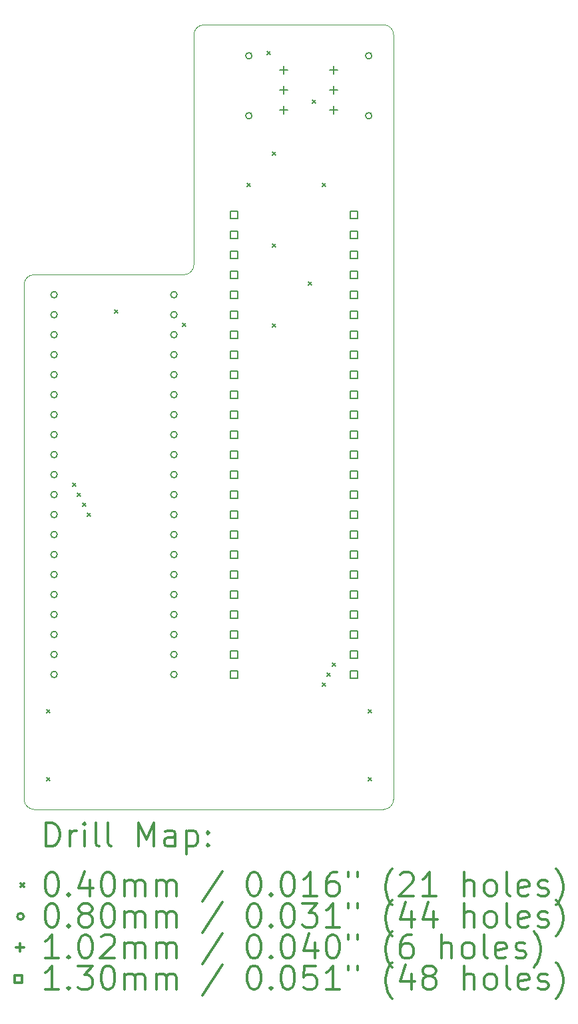
<source format=gbr>
%FSLAX45Y45*%
G04 Gerber Fmt 4.5, Leading zero omitted, Abs format (unit mm)*
G04 Created by KiCad (PCBNEW (5.1.6-0-10_14)) date 2021-01-24 08:08:02*
%MOMM*%
%LPD*%
G01*
G04 APERTURE LIST*
%TA.AperFunction,Profile*%
%ADD10C,0.100000*%
%TD*%
%ADD11C,0.200000*%
%ADD12C,0.300000*%
G04 APERTURE END LIST*
D10*
X16129000Y-3111500D02*
X16129000Y-12827000D01*
X13589000Y-6032500D02*
X13589000Y-3111500D01*
X13716000Y-2984500D02*
G75*
G03*
X13589000Y-3111500I0J-127000D01*
G01*
X16129000Y-3111500D02*
G75*
G03*
X16002000Y-2984500I-127000J0D01*
G01*
X13716000Y-2984500D02*
X16002000Y-2984500D01*
X11430000Y-12827000D02*
X11430000Y-6286500D01*
X11557000Y-6159500D02*
X13462000Y-6159500D01*
X11557000Y-12954000D02*
X16002000Y-12954000D01*
X11557000Y-6159500D02*
G75*
G03*
X11430000Y-6286500I0J-127000D01*
G01*
X13462000Y-6159500D02*
G75*
G03*
X13589000Y-6032500I0J127000D01*
G01*
X16002000Y-12954000D02*
G75*
G03*
X16129000Y-12827000I0J127000D01*
G01*
X11430000Y-12827000D02*
G75*
G03*
X11557000Y-12954000I127000J0D01*
G01*
D11*
X11714800Y-11689400D02*
X11754800Y-11729400D01*
X11754800Y-11689400D02*
X11714800Y-11729400D01*
X11714800Y-12553000D02*
X11754800Y-12593000D01*
X11754800Y-12553000D02*
X11714800Y-12593000D01*
X12045000Y-8806500D02*
X12085000Y-8846500D01*
X12085000Y-8806500D02*
X12045000Y-8846500D01*
X12108500Y-8933500D02*
X12148500Y-8973500D01*
X12148500Y-8933500D02*
X12108500Y-8973500D01*
X12172000Y-9060500D02*
X12212000Y-9100500D01*
X12212000Y-9060500D02*
X12172000Y-9100500D01*
X12235500Y-9187500D02*
X12275500Y-9227500D01*
X12275500Y-9187500D02*
X12235500Y-9227500D01*
X12578400Y-6609400D02*
X12618400Y-6649400D01*
X12618400Y-6609400D02*
X12578400Y-6649400D01*
X13442000Y-6774500D02*
X13482000Y-6814500D01*
X13482000Y-6774500D02*
X13442000Y-6814500D01*
X14267500Y-4996500D02*
X14307500Y-5036500D01*
X14307500Y-4996500D02*
X14267500Y-5036500D01*
X14521500Y-3320100D02*
X14561500Y-3360100D01*
X14561500Y-3320100D02*
X14521500Y-3360100D01*
X14585000Y-4602800D02*
X14625000Y-4642800D01*
X14625000Y-4602800D02*
X14585000Y-4642800D01*
X14585000Y-5771200D02*
X14625000Y-5811200D01*
X14625000Y-5771200D02*
X14585000Y-5811200D01*
X14585000Y-6787200D02*
X14625000Y-6827200D01*
X14625000Y-6787200D02*
X14585000Y-6827200D01*
X15042200Y-6253800D02*
X15082200Y-6293800D01*
X15082200Y-6253800D02*
X15042200Y-6293800D01*
X15093000Y-3942400D02*
X15133000Y-3982400D01*
X15133000Y-3942400D02*
X15093000Y-3982400D01*
X15220000Y-4996500D02*
X15260000Y-5036500D01*
X15260000Y-4996500D02*
X15220000Y-5036500D01*
X15220000Y-11346500D02*
X15260000Y-11386500D01*
X15260000Y-11346500D02*
X15220000Y-11386500D01*
X15283500Y-11219500D02*
X15323500Y-11259500D01*
X15323500Y-11219500D02*
X15283500Y-11259500D01*
X15347000Y-11092500D02*
X15387000Y-11132500D01*
X15387000Y-11092500D02*
X15347000Y-11132500D01*
X15804200Y-11689400D02*
X15844200Y-11729400D01*
X15844200Y-11689400D02*
X15804200Y-11729400D01*
X15804200Y-12553000D02*
X15844200Y-12593000D01*
X15844200Y-12553000D02*
X15804200Y-12593000D01*
X15851500Y-3378200D02*
G75*
G03*
X15851500Y-3378200I-40000J0D01*
G01*
X15851500Y-4140200D02*
G75*
G03*
X15851500Y-4140200I-40000J0D01*
G01*
X14327500Y-3378200D02*
G75*
G03*
X14327500Y-3378200I-40000J0D01*
G01*
X14327500Y-4140200D02*
G75*
G03*
X14327500Y-4140200I-40000J0D01*
G01*
X11851000Y-6413500D02*
G75*
G03*
X11851000Y-6413500I-40000J0D01*
G01*
X11851000Y-6667500D02*
G75*
G03*
X11851000Y-6667500I-40000J0D01*
G01*
X11851000Y-6921500D02*
G75*
G03*
X11851000Y-6921500I-40000J0D01*
G01*
X11851000Y-7175500D02*
G75*
G03*
X11851000Y-7175500I-40000J0D01*
G01*
X11851000Y-7429500D02*
G75*
G03*
X11851000Y-7429500I-40000J0D01*
G01*
X11851000Y-7683500D02*
G75*
G03*
X11851000Y-7683500I-40000J0D01*
G01*
X11851000Y-7937500D02*
G75*
G03*
X11851000Y-7937500I-40000J0D01*
G01*
X11851000Y-8191500D02*
G75*
G03*
X11851000Y-8191500I-40000J0D01*
G01*
X11851000Y-8445500D02*
G75*
G03*
X11851000Y-8445500I-40000J0D01*
G01*
X11851000Y-8699500D02*
G75*
G03*
X11851000Y-8699500I-40000J0D01*
G01*
X11851000Y-8953500D02*
G75*
G03*
X11851000Y-8953500I-40000J0D01*
G01*
X11851000Y-9207500D02*
G75*
G03*
X11851000Y-9207500I-40000J0D01*
G01*
X11851000Y-9461500D02*
G75*
G03*
X11851000Y-9461500I-40000J0D01*
G01*
X11851000Y-9715500D02*
G75*
G03*
X11851000Y-9715500I-40000J0D01*
G01*
X11851000Y-9969500D02*
G75*
G03*
X11851000Y-9969500I-40000J0D01*
G01*
X11851000Y-10223500D02*
G75*
G03*
X11851000Y-10223500I-40000J0D01*
G01*
X11851000Y-10477500D02*
G75*
G03*
X11851000Y-10477500I-40000J0D01*
G01*
X11851000Y-10731500D02*
G75*
G03*
X11851000Y-10731500I-40000J0D01*
G01*
X11851000Y-10985500D02*
G75*
G03*
X11851000Y-10985500I-40000J0D01*
G01*
X11851000Y-11239500D02*
G75*
G03*
X11851000Y-11239500I-40000J0D01*
G01*
X13375000Y-6413500D02*
G75*
G03*
X13375000Y-6413500I-40000J0D01*
G01*
X13375000Y-6667500D02*
G75*
G03*
X13375000Y-6667500I-40000J0D01*
G01*
X13375000Y-6921500D02*
G75*
G03*
X13375000Y-6921500I-40000J0D01*
G01*
X13375000Y-7175500D02*
G75*
G03*
X13375000Y-7175500I-40000J0D01*
G01*
X13375000Y-7429500D02*
G75*
G03*
X13375000Y-7429500I-40000J0D01*
G01*
X13375000Y-7683500D02*
G75*
G03*
X13375000Y-7683500I-40000J0D01*
G01*
X13375000Y-7937500D02*
G75*
G03*
X13375000Y-7937500I-40000J0D01*
G01*
X13375000Y-8191500D02*
G75*
G03*
X13375000Y-8191500I-40000J0D01*
G01*
X13375000Y-8445500D02*
G75*
G03*
X13375000Y-8445500I-40000J0D01*
G01*
X13375000Y-8699500D02*
G75*
G03*
X13375000Y-8699500I-40000J0D01*
G01*
X13375000Y-8953500D02*
G75*
G03*
X13375000Y-8953500I-40000J0D01*
G01*
X13375000Y-9207500D02*
G75*
G03*
X13375000Y-9207500I-40000J0D01*
G01*
X13375000Y-9461500D02*
G75*
G03*
X13375000Y-9461500I-40000J0D01*
G01*
X13375000Y-9715500D02*
G75*
G03*
X13375000Y-9715500I-40000J0D01*
G01*
X13375000Y-9969500D02*
G75*
G03*
X13375000Y-9969500I-40000J0D01*
G01*
X13375000Y-10223500D02*
G75*
G03*
X13375000Y-10223500I-40000J0D01*
G01*
X13375000Y-10477500D02*
G75*
G03*
X13375000Y-10477500I-40000J0D01*
G01*
X13375000Y-10731500D02*
G75*
G03*
X13375000Y-10731500I-40000J0D01*
G01*
X13375000Y-10985500D02*
G75*
G03*
X13375000Y-10985500I-40000J0D01*
G01*
X13375000Y-11239500D02*
G75*
G03*
X13375000Y-11239500I-40000J0D01*
G01*
X14732000Y-3505200D02*
X14732000Y-3606800D01*
X14681200Y-3556000D02*
X14782800Y-3556000D01*
X14732000Y-3759200D02*
X14732000Y-3860800D01*
X14681200Y-3810000D02*
X14782800Y-3810000D01*
X14732000Y-4013200D02*
X14732000Y-4114800D01*
X14681200Y-4064000D02*
X14782800Y-4064000D01*
X15367000Y-3505200D02*
X15367000Y-3606800D01*
X15316200Y-3556000D02*
X15417800Y-3556000D01*
X15367000Y-3759200D02*
X15367000Y-3860800D01*
X15316200Y-3810000D02*
X15417800Y-3810000D01*
X15367000Y-4013200D02*
X15367000Y-4114800D01*
X15316200Y-4064000D02*
X15417800Y-4064000D01*
X14142962Y-5443462D02*
X14142962Y-5351538D01*
X14051038Y-5351538D01*
X14051038Y-5443462D01*
X14142962Y-5443462D01*
X14142962Y-5697462D02*
X14142962Y-5605538D01*
X14051038Y-5605538D01*
X14051038Y-5697462D01*
X14142962Y-5697462D01*
X14142962Y-5951462D02*
X14142962Y-5859538D01*
X14051038Y-5859538D01*
X14051038Y-5951462D01*
X14142962Y-5951462D01*
X14142962Y-6205462D02*
X14142962Y-6113538D01*
X14051038Y-6113538D01*
X14051038Y-6205462D01*
X14142962Y-6205462D01*
X14142962Y-6459462D02*
X14142962Y-6367538D01*
X14051038Y-6367538D01*
X14051038Y-6459462D01*
X14142962Y-6459462D01*
X14142962Y-6713462D02*
X14142962Y-6621538D01*
X14051038Y-6621538D01*
X14051038Y-6713462D01*
X14142962Y-6713462D01*
X14142962Y-6967462D02*
X14142962Y-6875538D01*
X14051038Y-6875538D01*
X14051038Y-6967462D01*
X14142962Y-6967462D01*
X14142962Y-7221462D02*
X14142962Y-7129538D01*
X14051038Y-7129538D01*
X14051038Y-7221462D01*
X14142962Y-7221462D01*
X14142962Y-7475462D02*
X14142962Y-7383538D01*
X14051038Y-7383538D01*
X14051038Y-7475462D01*
X14142962Y-7475462D01*
X14142962Y-7729462D02*
X14142962Y-7637538D01*
X14051038Y-7637538D01*
X14051038Y-7729462D01*
X14142962Y-7729462D01*
X14142962Y-7983462D02*
X14142962Y-7891538D01*
X14051038Y-7891538D01*
X14051038Y-7983462D01*
X14142962Y-7983462D01*
X14142962Y-8237462D02*
X14142962Y-8145538D01*
X14051038Y-8145538D01*
X14051038Y-8237462D01*
X14142962Y-8237462D01*
X14142962Y-8491462D02*
X14142962Y-8399538D01*
X14051038Y-8399538D01*
X14051038Y-8491462D01*
X14142962Y-8491462D01*
X14142962Y-8745462D02*
X14142962Y-8653538D01*
X14051038Y-8653538D01*
X14051038Y-8745462D01*
X14142962Y-8745462D01*
X14142962Y-8999462D02*
X14142962Y-8907538D01*
X14051038Y-8907538D01*
X14051038Y-8999462D01*
X14142962Y-8999462D01*
X14142962Y-9253462D02*
X14142962Y-9161538D01*
X14051038Y-9161538D01*
X14051038Y-9253462D01*
X14142962Y-9253462D01*
X14142962Y-9507462D02*
X14142962Y-9415538D01*
X14051038Y-9415538D01*
X14051038Y-9507462D01*
X14142962Y-9507462D01*
X14142962Y-9761462D02*
X14142962Y-9669538D01*
X14051038Y-9669538D01*
X14051038Y-9761462D01*
X14142962Y-9761462D01*
X14142962Y-10015462D02*
X14142962Y-9923538D01*
X14051038Y-9923538D01*
X14051038Y-10015462D01*
X14142962Y-10015462D01*
X14142962Y-10269462D02*
X14142962Y-10177538D01*
X14051038Y-10177538D01*
X14051038Y-10269462D01*
X14142962Y-10269462D01*
X14142962Y-10523462D02*
X14142962Y-10431538D01*
X14051038Y-10431538D01*
X14051038Y-10523462D01*
X14142962Y-10523462D01*
X14142962Y-10777462D02*
X14142962Y-10685538D01*
X14051038Y-10685538D01*
X14051038Y-10777462D01*
X14142962Y-10777462D01*
X14142962Y-11031462D02*
X14142962Y-10939538D01*
X14051038Y-10939538D01*
X14051038Y-11031462D01*
X14142962Y-11031462D01*
X14142962Y-11285462D02*
X14142962Y-11193538D01*
X14051038Y-11193538D01*
X14051038Y-11285462D01*
X14142962Y-11285462D01*
X15666962Y-5443462D02*
X15666962Y-5351538D01*
X15575038Y-5351538D01*
X15575038Y-5443462D01*
X15666962Y-5443462D01*
X15666962Y-5697462D02*
X15666962Y-5605538D01*
X15575038Y-5605538D01*
X15575038Y-5697462D01*
X15666962Y-5697462D01*
X15666962Y-5951462D02*
X15666962Y-5859538D01*
X15575038Y-5859538D01*
X15575038Y-5951462D01*
X15666962Y-5951462D01*
X15666962Y-6205462D02*
X15666962Y-6113538D01*
X15575038Y-6113538D01*
X15575038Y-6205462D01*
X15666962Y-6205462D01*
X15666962Y-6459462D02*
X15666962Y-6367538D01*
X15575038Y-6367538D01*
X15575038Y-6459462D01*
X15666962Y-6459462D01*
X15666962Y-6713462D02*
X15666962Y-6621538D01*
X15575038Y-6621538D01*
X15575038Y-6713462D01*
X15666962Y-6713462D01*
X15666962Y-6967462D02*
X15666962Y-6875538D01*
X15575038Y-6875538D01*
X15575038Y-6967462D01*
X15666962Y-6967462D01*
X15666962Y-7221462D02*
X15666962Y-7129538D01*
X15575038Y-7129538D01*
X15575038Y-7221462D01*
X15666962Y-7221462D01*
X15666962Y-7475462D02*
X15666962Y-7383538D01*
X15575038Y-7383538D01*
X15575038Y-7475462D01*
X15666962Y-7475462D01*
X15666962Y-7729462D02*
X15666962Y-7637538D01*
X15575038Y-7637538D01*
X15575038Y-7729462D01*
X15666962Y-7729462D01*
X15666962Y-7983462D02*
X15666962Y-7891538D01*
X15575038Y-7891538D01*
X15575038Y-7983462D01*
X15666962Y-7983462D01*
X15666962Y-8237462D02*
X15666962Y-8145538D01*
X15575038Y-8145538D01*
X15575038Y-8237462D01*
X15666962Y-8237462D01*
X15666962Y-8491462D02*
X15666962Y-8399538D01*
X15575038Y-8399538D01*
X15575038Y-8491462D01*
X15666962Y-8491462D01*
X15666962Y-8745462D02*
X15666962Y-8653538D01*
X15575038Y-8653538D01*
X15575038Y-8745462D01*
X15666962Y-8745462D01*
X15666962Y-8999462D02*
X15666962Y-8907538D01*
X15575038Y-8907538D01*
X15575038Y-8999462D01*
X15666962Y-8999462D01*
X15666962Y-9253462D02*
X15666962Y-9161538D01*
X15575038Y-9161538D01*
X15575038Y-9253462D01*
X15666962Y-9253462D01*
X15666962Y-9507462D02*
X15666962Y-9415538D01*
X15575038Y-9415538D01*
X15575038Y-9507462D01*
X15666962Y-9507462D01*
X15666962Y-9761462D02*
X15666962Y-9669538D01*
X15575038Y-9669538D01*
X15575038Y-9761462D01*
X15666962Y-9761462D01*
X15666962Y-10015462D02*
X15666962Y-9923538D01*
X15575038Y-9923538D01*
X15575038Y-10015462D01*
X15666962Y-10015462D01*
X15666962Y-10269462D02*
X15666962Y-10177538D01*
X15575038Y-10177538D01*
X15575038Y-10269462D01*
X15666962Y-10269462D01*
X15666962Y-10523462D02*
X15666962Y-10431538D01*
X15575038Y-10431538D01*
X15575038Y-10523462D01*
X15666962Y-10523462D01*
X15666962Y-10777462D02*
X15666962Y-10685538D01*
X15575038Y-10685538D01*
X15575038Y-10777462D01*
X15666962Y-10777462D01*
X15666962Y-11031462D02*
X15666962Y-10939538D01*
X15575038Y-10939538D01*
X15575038Y-11031462D01*
X15666962Y-11031462D01*
X15666962Y-11285462D02*
X15666962Y-11193538D01*
X15575038Y-11193538D01*
X15575038Y-11285462D01*
X15666962Y-11285462D01*
D12*
X11711428Y-13424714D02*
X11711428Y-13124714D01*
X11782857Y-13124714D01*
X11825714Y-13139000D01*
X11854286Y-13167571D01*
X11868571Y-13196143D01*
X11882857Y-13253286D01*
X11882857Y-13296143D01*
X11868571Y-13353286D01*
X11854286Y-13381857D01*
X11825714Y-13410429D01*
X11782857Y-13424714D01*
X11711428Y-13424714D01*
X12011428Y-13424714D02*
X12011428Y-13224714D01*
X12011428Y-13281857D02*
X12025714Y-13253286D01*
X12040000Y-13239000D01*
X12068571Y-13224714D01*
X12097143Y-13224714D01*
X12197143Y-13424714D02*
X12197143Y-13224714D01*
X12197143Y-13124714D02*
X12182857Y-13139000D01*
X12197143Y-13153286D01*
X12211428Y-13139000D01*
X12197143Y-13124714D01*
X12197143Y-13153286D01*
X12382857Y-13424714D02*
X12354286Y-13410429D01*
X12340000Y-13381857D01*
X12340000Y-13124714D01*
X12540000Y-13424714D02*
X12511428Y-13410429D01*
X12497143Y-13381857D01*
X12497143Y-13124714D01*
X12882857Y-13424714D02*
X12882857Y-13124714D01*
X12982857Y-13339000D01*
X13082857Y-13124714D01*
X13082857Y-13424714D01*
X13354286Y-13424714D02*
X13354286Y-13267571D01*
X13340000Y-13239000D01*
X13311428Y-13224714D01*
X13254286Y-13224714D01*
X13225714Y-13239000D01*
X13354286Y-13410429D02*
X13325714Y-13424714D01*
X13254286Y-13424714D01*
X13225714Y-13410429D01*
X13211428Y-13381857D01*
X13211428Y-13353286D01*
X13225714Y-13324714D01*
X13254286Y-13310429D01*
X13325714Y-13310429D01*
X13354286Y-13296143D01*
X13497143Y-13224714D02*
X13497143Y-13524714D01*
X13497143Y-13239000D02*
X13525714Y-13224714D01*
X13582857Y-13224714D01*
X13611428Y-13239000D01*
X13625714Y-13253286D01*
X13640000Y-13281857D01*
X13640000Y-13367571D01*
X13625714Y-13396143D01*
X13611428Y-13410429D01*
X13582857Y-13424714D01*
X13525714Y-13424714D01*
X13497143Y-13410429D01*
X13768571Y-13396143D02*
X13782857Y-13410429D01*
X13768571Y-13424714D01*
X13754286Y-13410429D01*
X13768571Y-13396143D01*
X13768571Y-13424714D01*
X13768571Y-13239000D02*
X13782857Y-13253286D01*
X13768571Y-13267571D01*
X13754286Y-13253286D01*
X13768571Y-13239000D01*
X13768571Y-13267571D01*
X11385000Y-13899000D02*
X11425000Y-13939000D01*
X11425000Y-13899000D02*
X11385000Y-13939000D01*
X11768571Y-13754714D02*
X11797143Y-13754714D01*
X11825714Y-13769000D01*
X11840000Y-13783286D01*
X11854286Y-13811857D01*
X11868571Y-13869000D01*
X11868571Y-13940429D01*
X11854286Y-13997571D01*
X11840000Y-14026143D01*
X11825714Y-14040429D01*
X11797143Y-14054714D01*
X11768571Y-14054714D01*
X11740000Y-14040429D01*
X11725714Y-14026143D01*
X11711428Y-13997571D01*
X11697143Y-13940429D01*
X11697143Y-13869000D01*
X11711428Y-13811857D01*
X11725714Y-13783286D01*
X11740000Y-13769000D01*
X11768571Y-13754714D01*
X11997143Y-14026143D02*
X12011428Y-14040429D01*
X11997143Y-14054714D01*
X11982857Y-14040429D01*
X11997143Y-14026143D01*
X11997143Y-14054714D01*
X12268571Y-13854714D02*
X12268571Y-14054714D01*
X12197143Y-13740429D02*
X12125714Y-13954714D01*
X12311428Y-13954714D01*
X12482857Y-13754714D02*
X12511428Y-13754714D01*
X12540000Y-13769000D01*
X12554286Y-13783286D01*
X12568571Y-13811857D01*
X12582857Y-13869000D01*
X12582857Y-13940429D01*
X12568571Y-13997571D01*
X12554286Y-14026143D01*
X12540000Y-14040429D01*
X12511428Y-14054714D01*
X12482857Y-14054714D01*
X12454286Y-14040429D01*
X12440000Y-14026143D01*
X12425714Y-13997571D01*
X12411428Y-13940429D01*
X12411428Y-13869000D01*
X12425714Y-13811857D01*
X12440000Y-13783286D01*
X12454286Y-13769000D01*
X12482857Y-13754714D01*
X12711428Y-14054714D02*
X12711428Y-13854714D01*
X12711428Y-13883286D02*
X12725714Y-13869000D01*
X12754286Y-13854714D01*
X12797143Y-13854714D01*
X12825714Y-13869000D01*
X12840000Y-13897571D01*
X12840000Y-14054714D01*
X12840000Y-13897571D02*
X12854286Y-13869000D01*
X12882857Y-13854714D01*
X12925714Y-13854714D01*
X12954286Y-13869000D01*
X12968571Y-13897571D01*
X12968571Y-14054714D01*
X13111428Y-14054714D02*
X13111428Y-13854714D01*
X13111428Y-13883286D02*
X13125714Y-13869000D01*
X13154286Y-13854714D01*
X13197143Y-13854714D01*
X13225714Y-13869000D01*
X13240000Y-13897571D01*
X13240000Y-14054714D01*
X13240000Y-13897571D02*
X13254286Y-13869000D01*
X13282857Y-13854714D01*
X13325714Y-13854714D01*
X13354286Y-13869000D01*
X13368571Y-13897571D01*
X13368571Y-14054714D01*
X13954286Y-13740429D02*
X13697143Y-14126143D01*
X14340000Y-13754714D02*
X14368571Y-13754714D01*
X14397143Y-13769000D01*
X14411428Y-13783286D01*
X14425714Y-13811857D01*
X14440000Y-13869000D01*
X14440000Y-13940429D01*
X14425714Y-13997571D01*
X14411428Y-14026143D01*
X14397143Y-14040429D01*
X14368571Y-14054714D01*
X14340000Y-14054714D01*
X14311428Y-14040429D01*
X14297143Y-14026143D01*
X14282857Y-13997571D01*
X14268571Y-13940429D01*
X14268571Y-13869000D01*
X14282857Y-13811857D01*
X14297143Y-13783286D01*
X14311428Y-13769000D01*
X14340000Y-13754714D01*
X14568571Y-14026143D02*
X14582857Y-14040429D01*
X14568571Y-14054714D01*
X14554286Y-14040429D01*
X14568571Y-14026143D01*
X14568571Y-14054714D01*
X14768571Y-13754714D02*
X14797143Y-13754714D01*
X14825714Y-13769000D01*
X14840000Y-13783286D01*
X14854286Y-13811857D01*
X14868571Y-13869000D01*
X14868571Y-13940429D01*
X14854286Y-13997571D01*
X14840000Y-14026143D01*
X14825714Y-14040429D01*
X14797143Y-14054714D01*
X14768571Y-14054714D01*
X14740000Y-14040429D01*
X14725714Y-14026143D01*
X14711428Y-13997571D01*
X14697143Y-13940429D01*
X14697143Y-13869000D01*
X14711428Y-13811857D01*
X14725714Y-13783286D01*
X14740000Y-13769000D01*
X14768571Y-13754714D01*
X15154286Y-14054714D02*
X14982857Y-14054714D01*
X15068571Y-14054714D02*
X15068571Y-13754714D01*
X15040000Y-13797571D01*
X15011428Y-13826143D01*
X14982857Y-13840429D01*
X15411428Y-13754714D02*
X15354286Y-13754714D01*
X15325714Y-13769000D01*
X15311428Y-13783286D01*
X15282857Y-13826143D01*
X15268571Y-13883286D01*
X15268571Y-13997571D01*
X15282857Y-14026143D01*
X15297143Y-14040429D01*
X15325714Y-14054714D01*
X15382857Y-14054714D01*
X15411428Y-14040429D01*
X15425714Y-14026143D01*
X15440000Y-13997571D01*
X15440000Y-13926143D01*
X15425714Y-13897571D01*
X15411428Y-13883286D01*
X15382857Y-13869000D01*
X15325714Y-13869000D01*
X15297143Y-13883286D01*
X15282857Y-13897571D01*
X15268571Y-13926143D01*
X15554286Y-13754714D02*
X15554286Y-13811857D01*
X15668571Y-13754714D02*
X15668571Y-13811857D01*
X16111428Y-14169000D02*
X16097143Y-14154714D01*
X16068571Y-14111857D01*
X16054286Y-14083286D01*
X16040000Y-14040429D01*
X16025714Y-13969000D01*
X16025714Y-13911857D01*
X16040000Y-13840429D01*
X16054286Y-13797571D01*
X16068571Y-13769000D01*
X16097143Y-13726143D01*
X16111428Y-13711857D01*
X16211428Y-13783286D02*
X16225714Y-13769000D01*
X16254286Y-13754714D01*
X16325714Y-13754714D01*
X16354286Y-13769000D01*
X16368571Y-13783286D01*
X16382857Y-13811857D01*
X16382857Y-13840429D01*
X16368571Y-13883286D01*
X16197143Y-14054714D01*
X16382857Y-14054714D01*
X16668571Y-14054714D02*
X16497143Y-14054714D01*
X16582857Y-14054714D02*
X16582857Y-13754714D01*
X16554286Y-13797571D01*
X16525714Y-13826143D01*
X16497143Y-13840429D01*
X17025714Y-14054714D02*
X17025714Y-13754714D01*
X17154286Y-14054714D02*
X17154286Y-13897571D01*
X17140000Y-13869000D01*
X17111428Y-13854714D01*
X17068571Y-13854714D01*
X17040000Y-13869000D01*
X17025714Y-13883286D01*
X17340000Y-14054714D02*
X17311428Y-14040429D01*
X17297143Y-14026143D01*
X17282857Y-13997571D01*
X17282857Y-13911857D01*
X17297143Y-13883286D01*
X17311428Y-13869000D01*
X17340000Y-13854714D01*
X17382857Y-13854714D01*
X17411428Y-13869000D01*
X17425714Y-13883286D01*
X17440000Y-13911857D01*
X17440000Y-13997571D01*
X17425714Y-14026143D01*
X17411428Y-14040429D01*
X17382857Y-14054714D01*
X17340000Y-14054714D01*
X17611428Y-14054714D02*
X17582857Y-14040429D01*
X17568571Y-14011857D01*
X17568571Y-13754714D01*
X17840000Y-14040429D02*
X17811428Y-14054714D01*
X17754286Y-14054714D01*
X17725714Y-14040429D01*
X17711428Y-14011857D01*
X17711428Y-13897571D01*
X17725714Y-13869000D01*
X17754286Y-13854714D01*
X17811428Y-13854714D01*
X17840000Y-13869000D01*
X17854286Y-13897571D01*
X17854286Y-13926143D01*
X17711428Y-13954714D01*
X17968571Y-14040429D02*
X17997143Y-14054714D01*
X18054286Y-14054714D01*
X18082857Y-14040429D01*
X18097143Y-14011857D01*
X18097143Y-13997571D01*
X18082857Y-13969000D01*
X18054286Y-13954714D01*
X18011428Y-13954714D01*
X17982857Y-13940429D01*
X17968571Y-13911857D01*
X17968571Y-13897571D01*
X17982857Y-13869000D01*
X18011428Y-13854714D01*
X18054286Y-13854714D01*
X18082857Y-13869000D01*
X18197143Y-14169000D02*
X18211428Y-14154714D01*
X18240000Y-14111857D01*
X18254286Y-14083286D01*
X18268571Y-14040429D01*
X18282857Y-13969000D01*
X18282857Y-13911857D01*
X18268571Y-13840429D01*
X18254286Y-13797571D01*
X18240000Y-13769000D01*
X18211428Y-13726143D01*
X18197143Y-13711857D01*
X11425000Y-14315000D02*
G75*
G03*
X11425000Y-14315000I-40000J0D01*
G01*
X11768571Y-14150714D02*
X11797143Y-14150714D01*
X11825714Y-14165000D01*
X11840000Y-14179286D01*
X11854286Y-14207857D01*
X11868571Y-14265000D01*
X11868571Y-14336429D01*
X11854286Y-14393571D01*
X11840000Y-14422143D01*
X11825714Y-14436429D01*
X11797143Y-14450714D01*
X11768571Y-14450714D01*
X11740000Y-14436429D01*
X11725714Y-14422143D01*
X11711428Y-14393571D01*
X11697143Y-14336429D01*
X11697143Y-14265000D01*
X11711428Y-14207857D01*
X11725714Y-14179286D01*
X11740000Y-14165000D01*
X11768571Y-14150714D01*
X11997143Y-14422143D02*
X12011428Y-14436429D01*
X11997143Y-14450714D01*
X11982857Y-14436429D01*
X11997143Y-14422143D01*
X11997143Y-14450714D01*
X12182857Y-14279286D02*
X12154286Y-14265000D01*
X12140000Y-14250714D01*
X12125714Y-14222143D01*
X12125714Y-14207857D01*
X12140000Y-14179286D01*
X12154286Y-14165000D01*
X12182857Y-14150714D01*
X12240000Y-14150714D01*
X12268571Y-14165000D01*
X12282857Y-14179286D01*
X12297143Y-14207857D01*
X12297143Y-14222143D01*
X12282857Y-14250714D01*
X12268571Y-14265000D01*
X12240000Y-14279286D01*
X12182857Y-14279286D01*
X12154286Y-14293571D01*
X12140000Y-14307857D01*
X12125714Y-14336429D01*
X12125714Y-14393571D01*
X12140000Y-14422143D01*
X12154286Y-14436429D01*
X12182857Y-14450714D01*
X12240000Y-14450714D01*
X12268571Y-14436429D01*
X12282857Y-14422143D01*
X12297143Y-14393571D01*
X12297143Y-14336429D01*
X12282857Y-14307857D01*
X12268571Y-14293571D01*
X12240000Y-14279286D01*
X12482857Y-14150714D02*
X12511428Y-14150714D01*
X12540000Y-14165000D01*
X12554286Y-14179286D01*
X12568571Y-14207857D01*
X12582857Y-14265000D01*
X12582857Y-14336429D01*
X12568571Y-14393571D01*
X12554286Y-14422143D01*
X12540000Y-14436429D01*
X12511428Y-14450714D01*
X12482857Y-14450714D01*
X12454286Y-14436429D01*
X12440000Y-14422143D01*
X12425714Y-14393571D01*
X12411428Y-14336429D01*
X12411428Y-14265000D01*
X12425714Y-14207857D01*
X12440000Y-14179286D01*
X12454286Y-14165000D01*
X12482857Y-14150714D01*
X12711428Y-14450714D02*
X12711428Y-14250714D01*
X12711428Y-14279286D02*
X12725714Y-14265000D01*
X12754286Y-14250714D01*
X12797143Y-14250714D01*
X12825714Y-14265000D01*
X12840000Y-14293571D01*
X12840000Y-14450714D01*
X12840000Y-14293571D02*
X12854286Y-14265000D01*
X12882857Y-14250714D01*
X12925714Y-14250714D01*
X12954286Y-14265000D01*
X12968571Y-14293571D01*
X12968571Y-14450714D01*
X13111428Y-14450714D02*
X13111428Y-14250714D01*
X13111428Y-14279286D02*
X13125714Y-14265000D01*
X13154286Y-14250714D01*
X13197143Y-14250714D01*
X13225714Y-14265000D01*
X13240000Y-14293571D01*
X13240000Y-14450714D01*
X13240000Y-14293571D02*
X13254286Y-14265000D01*
X13282857Y-14250714D01*
X13325714Y-14250714D01*
X13354286Y-14265000D01*
X13368571Y-14293571D01*
X13368571Y-14450714D01*
X13954286Y-14136429D02*
X13697143Y-14522143D01*
X14340000Y-14150714D02*
X14368571Y-14150714D01*
X14397143Y-14165000D01*
X14411428Y-14179286D01*
X14425714Y-14207857D01*
X14440000Y-14265000D01*
X14440000Y-14336429D01*
X14425714Y-14393571D01*
X14411428Y-14422143D01*
X14397143Y-14436429D01*
X14368571Y-14450714D01*
X14340000Y-14450714D01*
X14311428Y-14436429D01*
X14297143Y-14422143D01*
X14282857Y-14393571D01*
X14268571Y-14336429D01*
X14268571Y-14265000D01*
X14282857Y-14207857D01*
X14297143Y-14179286D01*
X14311428Y-14165000D01*
X14340000Y-14150714D01*
X14568571Y-14422143D02*
X14582857Y-14436429D01*
X14568571Y-14450714D01*
X14554286Y-14436429D01*
X14568571Y-14422143D01*
X14568571Y-14450714D01*
X14768571Y-14150714D02*
X14797143Y-14150714D01*
X14825714Y-14165000D01*
X14840000Y-14179286D01*
X14854286Y-14207857D01*
X14868571Y-14265000D01*
X14868571Y-14336429D01*
X14854286Y-14393571D01*
X14840000Y-14422143D01*
X14825714Y-14436429D01*
X14797143Y-14450714D01*
X14768571Y-14450714D01*
X14740000Y-14436429D01*
X14725714Y-14422143D01*
X14711428Y-14393571D01*
X14697143Y-14336429D01*
X14697143Y-14265000D01*
X14711428Y-14207857D01*
X14725714Y-14179286D01*
X14740000Y-14165000D01*
X14768571Y-14150714D01*
X14968571Y-14150714D02*
X15154286Y-14150714D01*
X15054286Y-14265000D01*
X15097143Y-14265000D01*
X15125714Y-14279286D01*
X15140000Y-14293571D01*
X15154286Y-14322143D01*
X15154286Y-14393571D01*
X15140000Y-14422143D01*
X15125714Y-14436429D01*
X15097143Y-14450714D01*
X15011428Y-14450714D01*
X14982857Y-14436429D01*
X14968571Y-14422143D01*
X15440000Y-14450714D02*
X15268571Y-14450714D01*
X15354286Y-14450714D02*
X15354286Y-14150714D01*
X15325714Y-14193571D01*
X15297143Y-14222143D01*
X15268571Y-14236429D01*
X15554286Y-14150714D02*
X15554286Y-14207857D01*
X15668571Y-14150714D02*
X15668571Y-14207857D01*
X16111428Y-14565000D02*
X16097143Y-14550714D01*
X16068571Y-14507857D01*
X16054286Y-14479286D01*
X16040000Y-14436429D01*
X16025714Y-14365000D01*
X16025714Y-14307857D01*
X16040000Y-14236429D01*
X16054286Y-14193571D01*
X16068571Y-14165000D01*
X16097143Y-14122143D01*
X16111428Y-14107857D01*
X16354286Y-14250714D02*
X16354286Y-14450714D01*
X16282857Y-14136429D02*
X16211428Y-14350714D01*
X16397143Y-14350714D01*
X16640000Y-14250714D02*
X16640000Y-14450714D01*
X16568571Y-14136429D02*
X16497143Y-14350714D01*
X16682857Y-14350714D01*
X17025714Y-14450714D02*
X17025714Y-14150714D01*
X17154286Y-14450714D02*
X17154286Y-14293571D01*
X17140000Y-14265000D01*
X17111428Y-14250714D01*
X17068571Y-14250714D01*
X17040000Y-14265000D01*
X17025714Y-14279286D01*
X17340000Y-14450714D02*
X17311428Y-14436429D01*
X17297143Y-14422143D01*
X17282857Y-14393571D01*
X17282857Y-14307857D01*
X17297143Y-14279286D01*
X17311428Y-14265000D01*
X17340000Y-14250714D01*
X17382857Y-14250714D01*
X17411428Y-14265000D01*
X17425714Y-14279286D01*
X17440000Y-14307857D01*
X17440000Y-14393571D01*
X17425714Y-14422143D01*
X17411428Y-14436429D01*
X17382857Y-14450714D01*
X17340000Y-14450714D01*
X17611428Y-14450714D02*
X17582857Y-14436429D01*
X17568571Y-14407857D01*
X17568571Y-14150714D01*
X17840000Y-14436429D02*
X17811428Y-14450714D01*
X17754286Y-14450714D01*
X17725714Y-14436429D01*
X17711428Y-14407857D01*
X17711428Y-14293571D01*
X17725714Y-14265000D01*
X17754286Y-14250714D01*
X17811428Y-14250714D01*
X17840000Y-14265000D01*
X17854286Y-14293571D01*
X17854286Y-14322143D01*
X17711428Y-14350714D01*
X17968571Y-14436429D02*
X17997143Y-14450714D01*
X18054286Y-14450714D01*
X18082857Y-14436429D01*
X18097143Y-14407857D01*
X18097143Y-14393571D01*
X18082857Y-14365000D01*
X18054286Y-14350714D01*
X18011428Y-14350714D01*
X17982857Y-14336429D01*
X17968571Y-14307857D01*
X17968571Y-14293571D01*
X17982857Y-14265000D01*
X18011428Y-14250714D01*
X18054286Y-14250714D01*
X18082857Y-14265000D01*
X18197143Y-14565000D02*
X18211428Y-14550714D01*
X18240000Y-14507857D01*
X18254286Y-14479286D01*
X18268571Y-14436429D01*
X18282857Y-14365000D01*
X18282857Y-14307857D01*
X18268571Y-14236429D01*
X18254286Y-14193571D01*
X18240000Y-14165000D01*
X18211428Y-14122143D01*
X18197143Y-14107857D01*
X11374200Y-14660200D02*
X11374200Y-14761800D01*
X11323400Y-14711000D02*
X11425000Y-14711000D01*
X11868571Y-14846714D02*
X11697143Y-14846714D01*
X11782857Y-14846714D02*
X11782857Y-14546714D01*
X11754286Y-14589571D01*
X11725714Y-14618143D01*
X11697143Y-14632429D01*
X11997143Y-14818143D02*
X12011428Y-14832429D01*
X11997143Y-14846714D01*
X11982857Y-14832429D01*
X11997143Y-14818143D01*
X11997143Y-14846714D01*
X12197143Y-14546714D02*
X12225714Y-14546714D01*
X12254286Y-14561000D01*
X12268571Y-14575286D01*
X12282857Y-14603857D01*
X12297143Y-14661000D01*
X12297143Y-14732429D01*
X12282857Y-14789571D01*
X12268571Y-14818143D01*
X12254286Y-14832429D01*
X12225714Y-14846714D01*
X12197143Y-14846714D01*
X12168571Y-14832429D01*
X12154286Y-14818143D01*
X12140000Y-14789571D01*
X12125714Y-14732429D01*
X12125714Y-14661000D01*
X12140000Y-14603857D01*
X12154286Y-14575286D01*
X12168571Y-14561000D01*
X12197143Y-14546714D01*
X12411428Y-14575286D02*
X12425714Y-14561000D01*
X12454286Y-14546714D01*
X12525714Y-14546714D01*
X12554286Y-14561000D01*
X12568571Y-14575286D01*
X12582857Y-14603857D01*
X12582857Y-14632429D01*
X12568571Y-14675286D01*
X12397143Y-14846714D01*
X12582857Y-14846714D01*
X12711428Y-14846714D02*
X12711428Y-14646714D01*
X12711428Y-14675286D02*
X12725714Y-14661000D01*
X12754286Y-14646714D01*
X12797143Y-14646714D01*
X12825714Y-14661000D01*
X12840000Y-14689571D01*
X12840000Y-14846714D01*
X12840000Y-14689571D02*
X12854286Y-14661000D01*
X12882857Y-14646714D01*
X12925714Y-14646714D01*
X12954286Y-14661000D01*
X12968571Y-14689571D01*
X12968571Y-14846714D01*
X13111428Y-14846714D02*
X13111428Y-14646714D01*
X13111428Y-14675286D02*
X13125714Y-14661000D01*
X13154286Y-14646714D01*
X13197143Y-14646714D01*
X13225714Y-14661000D01*
X13240000Y-14689571D01*
X13240000Y-14846714D01*
X13240000Y-14689571D02*
X13254286Y-14661000D01*
X13282857Y-14646714D01*
X13325714Y-14646714D01*
X13354286Y-14661000D01*
X13368571Y-14689571D01*
X13368571Y-14846714D01*
X13954286Y-14532429D02*
X13697143Y-14918143D01*
X14340000Y-14546714D02*
X14368571Y-14546714D01*
X14397143Y-14561000D01*
X14411428Y-14575286D01*
X14425714Y-14603857D01*
X14440000Y-14661000D01*
X14440000Y-14732429D01*
X14425714Y-14789571D01*
X14411428Y-14818143D01*
X14397143Y-14832429D01*
X14368571Y-14846714D01*
X14340000Y-14846714D01*
X14311428Y-14832429D01*
X14297143Y-14818143D01*
X14282857Y-14789571D01*
X14268571Y-14732429D01*
X14268571Y-14661000D01*
X14282857Y-14603857D01*
X14297143Y-14575286D01*
X14311428Y-14561000D01*
X14340000Y-14546714D01*
X14568571Y-14818143D02*
X14582857Y-14832429D01*
X14568571Y-14846714D01*
X14554286Y-14832429D01*
X14568571Y-14818143D01*
X14568571Y-14846714D01*
X14768571Y-14546714D02*
X14797143Y-14546714D01*
X14825714Y-14561000D01*
X14840000Y-14575286D01*
X14854286Y-14603857D01*
X14868571Y-14661000D01*
X14868571Y-14732429D01*
X14854286Y-14789571D01*
X14840000Y-14818143D01*
X14825714Y-14832429D01*
X14797143Y-14846714D01*
X14768571Y-14846714D01*
X14740000Y-14832429D01*
X14725714Y-14818143D01*
X14711428Y-14789571D01*
X14697143Y-14732429D01*
X14697143Y-14661000D01*
X14711428Y-14603857D01*
X14725714Y-14575286D01*
X14740000Y-14561000D01*
X14768571Y-14546714D01*
X15125714Y-14646714D02*
X15125714Y-14846714D01*
X15054286Y-14532429D02*
X14982857Y-14746714D01*
X15168571Y-14746714D01*
X15340000Y-14546714D02*
X15368571Y-14546714D01*
X15397143Y-14561000D01*
X15411428Y-14575286D01*
X15425714Y-14603857D01*
X15440000Y-14661000D01*
X15440000Y-14732429D01*
X15425714Y-14789571D01*
X15411428Y-14818143D01*
X15397143Y-14832429D01*
X15368571Y-14846714D01*
X15340000Y-14846714D01*
X15311428Y-14832429D01*
X15297143Y-14818143D01*
X15282857Y-14789571D01*
X15268571Y-14732429D01*
X15268571Y-14661000D01*
X15282857Y-14603857D01*
X15297143Y-14575286D01*
X15311428Y-14561000D01*
X15340000Y-14546714D01*
X15554286Y-14546714D02*
X15554286Y-14603857D01*
X15668571Y-14546714D02*
X15668571Y-14603857D01*
X16111428Y-14961000D02*
X16097143Y-14946714D01*
X16068571Y-14903857D01*
X16054286Y-14875286D01*
X16040000Y-14832429D01*
X16025714Y-14761000D01*
X16025714Y-14703857D01*
X16040000Y-14632429D01*
X16054286Y-14589571D01*
X16068571Y-14561000D01*
X16097143Y-14518143D01*
X16111428Y-14503857D01*
X16354286Y-14546714D02*
X16297143Y-14546714D01*
X16268571Y-14561000D01*
X16254286Y-14575286D01*
X16225714Y-14618143D01*
X16211428Y-14675286D01*
X16211428Y-14789571D01*
X16225714Y-14818143D01*
X16240000Y-14832429D01*
X16268571Y-14846714D01*
X16325714Y-14846714D01*
X16354286Y-14832429D01*
X16368571Y-14818143D01*
X16382857Y-14789571D01*
X16382857Y-14718143D01*
X16368571Y-14689571D01*
X16354286Y-14675286D01*
X16325714Y-14661000D01*
X16268571Y-14661000D01*
X16240000Y-14675286D01*
X16225714Y-14689571D01*
X16211428Y-14718143D01*
X16740000Y-14846714D02*
X16740000Y-14546714D01*
X16868571Y-14846714D02*
X16868571Y-14689571D01*
X16854286Y-14661000D01*
X16825714Y-14646714D01*
X16782857Y-14646714D01*
X16754286Y-14661000D01*
X16740000Y-14675286D01*
X17054286Y-14846714D02*
X17025714Y-14832429D01*
X17011428Y-14818143D01*
X16997143Y-14789571D01*
X16997143Y-14703857D01*
X17011428Y-14675286D01*
X17025714Y-14661000D01*
X17054286Y-14646714D01*
X17097143Y-14646714D01*
X17125714Y-14661000D01*
X17140000Y-14675286D01*
X17154286Y-14703857D01*
X17154286Y-14789571D01*
X17140000Y-14818143D01*
X17125714Y-14832429D01*
X17097143Y-14846714D01*
X17054286Y-14846714D01*
X17325714Y-14846714D02*
X17297143Y-14832429D01*
X17282857Y-14803857D01*
X17282857Y-14546714D01*
X17554286Y-14832429D02*
X17525714Y-14846714D01*
X17468571Y-14846714D01*
X17440000Y-14832429D01*
X17425714Y-14803857D01*
X17425714Y-14689571D01*
X17440000Y-14661000D01*
X17468571Y-14646714D01*
X17525714Y-14646714D01*
X17554286Y-14661000D01*
X17568571Y-14689571D01*
X17568571Y-14718143D01*
X17425714Y-14746714D01*
X17682857Y-14832429D02*
X17711428Y-14846714D01*
X17768571Y-14846714D01*
X17797143Y-14832429D01*
X17811428Y-14803857D01*
X17811428Y-14789571D01*
X17797143Y-14761000D01*
X17768571Y-14746714D01*
X17725714Y-14746714D01*
X17697143Y-14732429D01*
X17682857Y-14703857D01*
X17682857Y-14689571D01*
X17697143Y-14661000D01*
X17725714Y-14646714D01*
X17768571Y-14646714D01*
X17797143Y-14661000D01*
X17911428Y-14961000D02*
X17925714Y-14946714D01*
X17954286Y-14903857D01*
X17968571Y-14875286D01*
X17982857Y-14832429D01*
X17997143Y-14761000D01*
X17997143Y-14703857D01*
X17982857Y-14632429D01*
X17968571Y-14589571D01*
X17954286Y-14561000D01*
X17925714Y-14518143D01*
X17911428Y-14503857D01*
X11405962Y-15152962D02*
X11405962Y-15061038D01*
X11314037Y-15061038D01*
X11314037Y-15152962D01*
X11405962Y-15152962D01*
X11868571Y-15242714D02*
X11697143Y-15242714D01*
X11782857Y-15242714D02*
X11782857Y-14942714D01*
X11754286Y-14985571D01*
X11725714Y-15014143D01*
X11697143Y-15028429D01*
X11997143Y-15214143D02*
X12011428Y-15228429D01*
X11997143Y-15242714D01*
X11982857Y-15228429D01*
X11997143Y-15214143D01*
X11997143Y-15242714D01*
X12111428Y-14942714D02*
X12297143Y-14942714D01*
X12197143Y-15057000D01*
X12240000Y-15057000D01*
X12268571Y-15071286D01*
X12282857Y-15085571D01*
X12297143Y-15114143D01*
X12297143Y-15185571D01*
X12282857Y-15214143D01*
X12268571Y-15228429D01*
X12240000Y-15242714D01*
X12154286Y-15242714D01*
X12125714Y-15228429D01*
X12111428Y-15214143D01*
X12482857Y-14942714D02*
X12511428Y-14942714D01*
X12540000Y-14957000D01*
X12554286Y-14971286D01*
X12568571Y-14999857D01*
X12582857Y-15057000D01*
X12582857Y-15128429D01*
X12568571Y-15185571D01*
X12554286Y-15214143D01*
X12540000Y-15228429D01*
X12511428Y-15242714D01*
X12482857Y-15242714D01*
X12454286Y-15228429D01*
X12440000Y-15214143D01*
X12425714Y-15185571D01*
X12411428Y-15128429D01*
X12411428Y-15057000D01*
X12425714Y-14999857D01*
X12440000Y-14971286D01*
X12454286Y-14957000D01*
X12482857Y-14942714D01*
X12711428Y-15242714D02*
X12711428Y-15042714D01*
X12711428Y-15071286D02*
X12725714Y-15057000D01*
X12754286Y-15042714D01*
X12797143Y-15042714D01*
X12825714Y-15057000D01*
X12840000Y-15085571D01*
X12840000Y-15242714D01*
X12840000Y-15085571D02*
X12854286Y-15057000D01*
X12882857Y-15042714D01*
X12925714Y-15042714D01*
X12954286Y-15057000D01*
X12968571Y-15085571D01*
X12968571Y-15242714D01*
X13111428Y-15242714D02*
X13111428Y-15042714D01*
X13111428Y-15071286D02*
X13125714Y-15057000D01*
X13154286Y-15042714D01*
X13197143Y-15042714D01*
X13225714Y-15057000D01*
X13240000Y-15085571D01*
X13240000Y-15242714D01*
X13240000Y-15085571D02*
X13254286Y-15057000D01*
X13282857Y-15042714D01*
X13325714Y-15042714D01*
X13354286Y-15057000D01*
X13368571Y-15085571D01*
X13368571Y-15242714D01*
X13954286Y-14928429D02*
X13697143Y-15314143D01*
X14340000Y-14942714D02*
X14368571Y-14942714D01*
X14397143Y-14957000D01*
X14411428Y-14971286D01*
X14425714Y-14999857D01*
X14440000Y-15057000D01*
X14440000Y-15128429D01*
X14425714Y-15185571D01*
X14411428Y-15214143D01*
X14397143Y-15228429D01*
X14368571Y-15242714D01*
X14340000Y-15242714D01*
X14311428Y-15228429D01*
X14297143Y-15214143D01*
X14282857Y-15185571D01*
X14268571Y-15128429D01*
X14268571Y-15057000D01*
X14282857Y-14999857D01*
X14297143Y-14971286D01*
X14311428Y-14957000D01*
X14340000Y-14942714D01*
X14568571Y-15214143D02*
X14582857Y-15228429D01*
X14568571Y-15242714D01*
X14554286Y-15228429D01*
X14568571Y-15214143D01*
X14568571Y-15242714D01*
X14768571Y-14942714D02*
X14797143Y-14942714D01*
X14825714Y-14957000D01*
X14840000Y-14971286D01*
X14854286Y-14999857D01*
X14868571Y-15057000D01*
X14868571Y-15128429D01*
X14854286Y-15185571D01*
X14840000Y-15214143D01*
X14825714Y-15228429D01*
X14797143Y-15242714D01*
X14768571Y-15242714D01*
X14740000Y-15228429D01*
X14725714Y-15214143D01*
X14711428Y-15185571D01*
X14697143Y-15128429D01*
X14697143Y-15057000D01*
X14711428Y-14999857D01*
X14725714Y-14971286D01*
X14740000Y-14957000D01*
X14768571Y-14942714D01*
X15140000Y-14942714D02*
X14997143Y-14942714D01*
X14982857Y-15085571D01*
X14997143Y-15071286D01*
X15025714Y-15057000D01*
X15097143Y-15057000D01*
X15125714Y-15071286D01*
X15140000Y-15085571D01*
X15154286Y-15114143D01*
X15154286Y-15185571D01*
X15140000Y-15214143D01*
X15125714Y-15228429D01*
X15097143Y-15242714D01*
X15025714Y-15242714D01*
X14997143Y-15228429D01*
X14982857Y-15214143D01*
X15440000Y-15242714D02*
X15268571Y-15242714D01*
X15354286Y-15242714D02*
X15354286Y-14942714D01*
X15325714Y-14985571D01*
X15297143Y-15014143D01*
X15268571Y-15028429D01*
X15554286Y-14942714D02*
X15554286Y-14999857D01*
X15668571Y-14942714D02*
X15668571Y-14999857D01*
X16111428Y-15357000D02*
X16097143Y-15342714D01*
X16068571Y-15299857D01*
X16054286Y-15271286D01*
X16040000Y-15228429D01*
X16025714Y-15157000D01*
X16025714Y-15099857D01*
X16040000Y-15028429D01*
X16054286Y-14985571D01*
X16068571Y-14957000D01*
X16097143Y-14914143D01*
X16111428Y-14899857D01*
X16354286Y-15042714D02*
X16354286Y-15242714D01*
X16282857Y-14928429D02*
X16211428Y-15142714D01*
X16397143Y-15142714D01*
X16554286Y-15071286D02*
X16525714Y-15057000D01*
X16511428Y-15042714D01*
X16497143Y-15014143D01*
X16497143Y-14999857D01*
X16511428Y-14971286D01*
X16525714Y-14957000D01*
X16554286Y-14942714D01*
X16611428Y-14942714D01*
X16640000Y-14957000D01*
X16654286Y-14971286D01*
X16668571Y-14999857D01*
X16668571Y-15014143D01*
X16654286Y-15042714D01*
X16640000Y-15057000D01*
X16611428Y-15071286D01*
X16554286Y-15071286D01*
X16525714Y-15085571D01*
X16511428Y-15099857D01*
X16497143Y-15128429D01*
X16497143Y-15185571D01*
X16511428Y-15214143D01*
X16525714Y-15228429D01*
X16554286Y-15242714D01*
X16611428Y-15242714D01*
X16640000Y-15228429D01*
X16654286Y-15214143D01*
X16668571Y-15185571D01*
X16668571Y-15128429D01*
X16654286Y-15099857D01*
X16640000Y-15085571D01*
X16611428Y-15071286D01*
X17025714Y-15242714D02*
X17025714Y-14942714D01*
X17154286Y-15242714D02*
X17154286Y-15085571D01*
X17140000Y-15057000D01*
X17111428Y-15042714D01*
X17068571Y-15042714D01*
X17040000Y-15057000D01*
X17025714Y-15071286D01*
X17340000Y-15242714D02*
X17311428Y-15228429D01*
X17297143Y-15214143D01*
X17282857Y-15185571D01*
X17282857Y-15099857D01*
X17297143Y-15071286D01*
X17311428Y-15057000D01*
X17340000Y-15042714D01*
X17382857Y-15042714D01*
X17411428Y-15057000D01*
X17425714Y-15071286D01*
X17440000Y-15099857D01*
X17440000Y-15185571D01*
X17425714Y-15214143D01*
X17411428Y-15228429D01*
X17382857Y-15242714D01*
X17340000Y-15242714D01*
X17611428Y-15242714D02*
X17582857Y-15228429D01*
X17568571Y-15199857D01*
X17568571Y-14942714D01*
X17840000Y-15228429D02*
X17811428Y-15242714D01*
X17754286Y-15242714D01*
X17725714Y-15228429D01*
X17711428Y-15199857D01*
X17711428Y-15085571D01*
X17725714Y-15057000D01*
X17754286Y-15042714D01*
X17811428Y-15042714D01*
X17840000Y-15057000D01*
X17854286Y-15085571D01*
X17854286Y-15114143D01*
X17711428Y-15142714D01*
X17968571Y-15228429D02*
X17997143Y-15242714D01*
X18054286Y-15242714D01*
X18082857Y-15228429D01*
X18097143Y-15199857D01*
X18097143Y-15185571D01*
X18082857Y-15157000D01*
X18054286Y-15142714D01*
X18011428Y-15142714D01*
X17982857Y-15128429D01*
X17968571Y-15099857D01*
X17968571Y-15085571D01*
X17982857Y-15057000D01*
X18011428Y-15042714D01*
X18054286Y-15042714D01*
X18082857Y-15057000D01*
X18197143Y-15357000D02*
X18211428Y-15342714D01*
X18240000Y-15299857D01*
X18254286Y-15271286D01*
X18268571Y-15228429D01*
X18282857Y-15157000D01*
X18282857Y-15099857D01*
X18268571Y-15028429D01*
X18254286Y-14985571D01*
X18240000Y-14957000D01*
X18211428Y-14914143D01*
X18197143Y-14899857D01*
M02*

</source>
